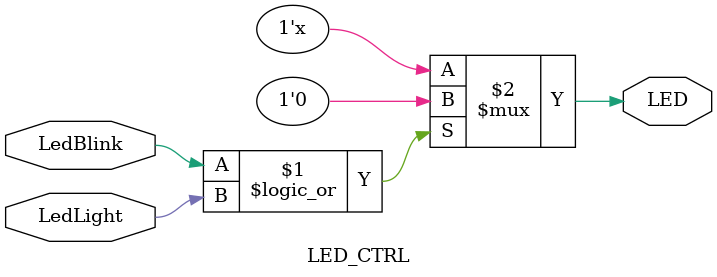
<source format=v>
module LED_CTRL( 
	input	LedBlink,LedLight,
	output	LED
);
	assign	LED  = (LedBlink || LedLight)? 1'b0 : 1'hz;

endmodule

</source>
